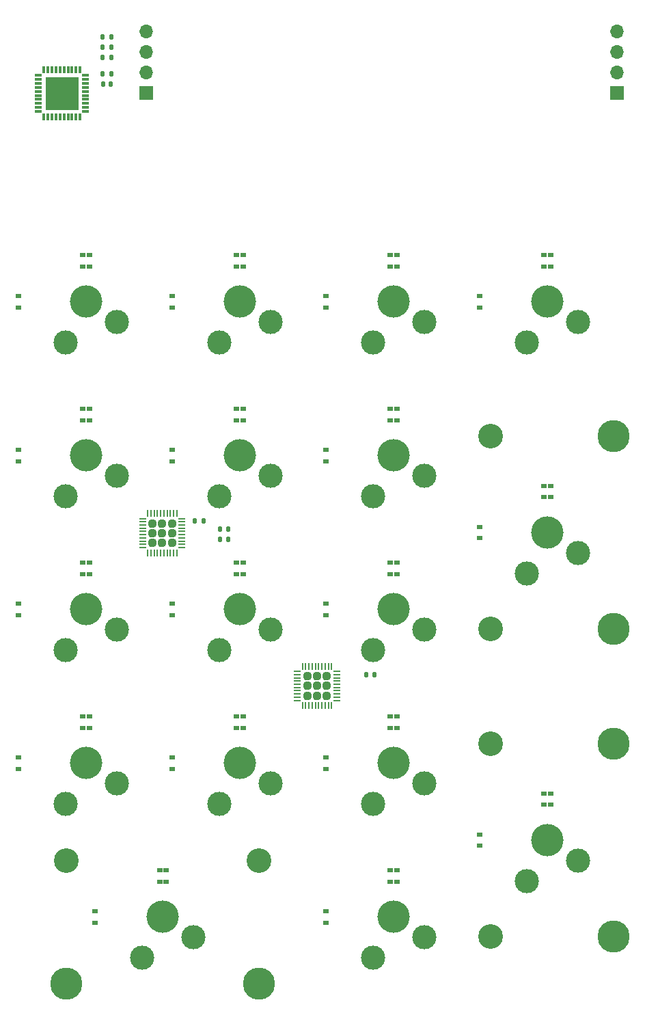
<source format=gts>
G04 #@! TF.GenerationSoftware,KiCad,Pcbnew,(6.0.5)*
G04 #@! TF.CreationDate,2022-07-11T19:37:47+02:00*
G04 #@! TF.ProjectId,Numpad,4e756d70-6164-42e6-9b69-6361645f7063,rev?*
G04 #@! TF.SameCoordinates,Original*
G04 #@! TF.FileFunction,Soldermask,Top*
G04 #@! TF.FilePolarity,Negative*
%FSLAX46Y46*%
G04 Gerber Fmt 4.6, Leading zero omitted, Abs format (unit mm)*
G04 Created by KiCad (PCBNEW (6.0.5)) date 2022-07-11 19:37:47*
%MOMM*%
%LPD*%
G01*
G04 APERTURE LIST*
G04 Aperture macros list*
%AMRoundRect*
0 Rectangle with rounded corners*
0 $1 Rounding radius*
0 $2 $3 $4 $5 $6 $7 $8 $9 X,Y pos of 4 corners*
0 Add a 4 corners polygon primitive as box body*
4,1,4,$2,$3,$4,$5,$6,$7,$8,$9,$2,$3,0*
0 Add four circle primitives for the rounded corners*
1,1,$1+$1,$2,$3*
1,1,$1+$1,$4,$5*
1,1,$1+$1,$6,$7*
1,1,$1+$1,$8,$9*
0 Add four rect primitives between the rounded corners*
20,1,$1+$1,$2,$3,$4,$5,0*
20,1,$1+$1,$4,$5,$6,$7,0*
20,1,$1+$1,$6,$7,$8,$9,0*
20,1,$1+$1,$8,$9,$2,$3,0*%
G04 Aperture macros list end*
%ADD10R,0.700000X0.600000*%
%ADD11C,3.000000*%
%ADD12C,4.000000*%
%ADD13C,3.048000*%
%ADD14C,3.987800*%
%ADD15R,0.650000X0.600000*%
%ADD16RoundRect,0.135000X-0.135000X-0.185000X0.135000X-0.185000X0.135000X0.185000X-0.135000X0.185000X0*%
%ADD17RoundRect,0.135000X0.135000X0.185000X-0.135000X0.185000X-0.135000X-0.185000X0.135000X-0.185000X0*%
%ADD18RoundRect,0.008100X-0.126900X0.421900X-0.126900X-0.421900X0.126900X-0.421900X0.126900X0.421900X0*%
%ADD19RoundRect,0.008100X-0.421900X-0.126900X0.421900X-0.126900X0.421900X0.126900X-0.421900X0.126900X0*%
%ADD20R,4.100000X4.100000*%
%ADD21R,1.700000X1.700000*%
%ADD22O,1.700000X1.700000*%
%ADD23RoundRect,0.140000X-0.140000X-0.170000X0.140000X-0.170000X0.140000X0.170000X-0.140000X0.170000X0*%
%ADD24RoundRect,0.062500X-0.350000X-0.062500X0.350000X-0.062500X0.350000X0.062500X-0.350000X0.062500X0*%
%ADD25RoundRect,0.062500X-0.062500X-0.350000X0.062500X-0.350000X0.062500X0.350000X-0.062500X0.350000X0*%
%ADD26RoundRect,0.242500X-0.242500X-0.242500X0.242500X-0.242500X0.242500X0.242500X-0.242500X0.242500X0*%
%ADD27RoundRect,0.140000X0.140000X0.170000X-0.140000X0.170000X-0.140000X-0.170000X0.140000X-0.170000X0*%
G04 APERTURE END LIST*
D10*
X26089000Y-61060000D03*
X26089000Y-62460000D03*
D11*
X47829000Y-140500000D03*
D12*
X44019000Y-137960000D03*
D13*
X55957000Y-130975000D03*
D14*
X32081000Y-146215000D03*
X55957000Y-146215000D03*
D11*
X41479000Y-143040000D03*
D13*
X32081000Y-130975000D03*
D15*
X72194000Y-94095000D03*
X72194000Y-95495000D03*
X72994000Y-94095000D03*
X72994000Y-95495000D03*
D16*
X36574000Y-30226000D03*
X37594000Y-30226000D03*
D17*
X37594000Y-33528000D03*
X36574000Y-33528000D03*
D18*
X33764000Y-33028000D03*
X33264000Y-33028000D03*
X32764000Y-33028000D03*
X32264000Y-33028000D03*
X31764000Y-33028000D03*
X31264000Y-33028000D03*
X30764000Y-33028000D03*
X30264000Y-33028000D03*
X29764000Y-33028000D03*
X29264000Y-33028000D03*
D19*
X28579000Y-33713000D03*
X28579000Y-34213000D03*
X28579000Y-34713000D03*
X28579000Y-35213000D03*
X28579000Y-35713000D03*
X28579000Y-36213000D03*
X28579000Y-36713000D03*
X28579000Y-37213000D03*
X28579000Y-37713000D03*
X28579000Y-38213000D03*
D18*
X29264000Y-38898000D03*
X29764000Y-38898000D03*
X30264000Y-38898000D03*
X30764000Y-38898000D03*
X31264000Y-38898000D03*
X31764000Y-38898000D03*
X32264000Y-38898000D03*
X32764000Y-38898000D03*
X33264000Y-38898000D03*
X33764000Y-38898000D03*
D19*
X34449000Y-38213000D03*
X34449000Y-37713000D03*
X34449000Y-37213000D03*
X34449000Y-36713000D03*
X34449000Y-36213000D03*
X34449000Y-35713000D03*
X34449000Y-35213000D03*
X34449000Y-34713000D03*
X34449000Y-34213000D03*
X34449000Y-33713000D03*
D20*
X31514000Y-35963000D03*
D10*
X45139000Y-99160000D03*
X45139000Y-100560000D03*
D17*
X69190000Y-108000000D03*
X70210000Y-108000000D03*
D11*
X50999000Y-123995000D03*
D12*
X53539000Y-118915000D03*
D11*
X57349000Y-121455000D03*
X76399000Y-140505000D03*
D12*
X72589000Y-137965000D03*
D11*
X70049000Y-143045000D03*
D15*
X72194000Y-55995000D03*
X72194000Y-57395000D03*
X72994000Y-55995000D03*
X72994000Y-57395000D03*
X34094000Y-113145000D03*
X34094000Y-114545000D03*
X34894000Y-113145000D03*
X34894000Y-114545000D03*
D12*
X53539000Y-61765000D03*
D11*
X50999000Y-66845000D03*
X57349000Y-64305000D03*
D10*
X26089000Y-80110000D03*
X26089000Y-81510000D03*
X64189000Y-99160000D03*
X64189000Y-100560000D03*
X64189000Y-61060000D03*
X64189000Y-62460000D03*
D15*
X53144000Y-55995000D03*
X53144000Y-57395000D03*
X53944000Y-55995000D03*
X53944000Y-57395000D03*
D13*
X84659000Y-140373000D03*
D11*
X95454000Y-130975000D03*
X89104000Y-133515000D03*
D13*
X84659000Y-116497000D03*
D12*
X91644000Y-128435000D03*
D14*
X99899000Y-140373000D03*
X99899000Y-116497000D03*
D15*
X34094000Y-94095000D03*
X34094000Y-95495000D03*
X34894000Y-94095000D03*
X34894000Y-95495000D03*
X72194000Y-113145000D03*
X72194000Y-114545000D03*
X72994000Y-113145000D03*
X72994000Y-114545000D03*
D17*
X49024000Y-88900000D03*
X48004000Y-88900000D03*
D15*
X53144000Y-75045000D03*
X53144000Y-76445000D03*
X53944000Y-75045000D03*
X53944000Y-76445000D03*
D11*
X89099000Y-66845000D03*
X95449000Y-64305000D03*
D12*
X91639000Y-61765000D03*
D10*
X83239000Y-127735000D03*
X83239000Y-129135000D03*
X83239000Y-89635000D03*
X83239000Y-91035000D03*
D15*
X43619000Y-132195000D03*
X43619000Y-133595000D03*
X44419000Y-132195000D03*
X44419000Y-133595000D03*
D21*
X100320000Y-35894000D03*
D22*
X100320000Y-33354000D03*
X100320000Y-30814000D03*
X100320000Y-28274000D03*
D15*
X91244000Y-122670000D03*
X91244000Y-124070000D03*
X92044000Y-122670000D03*
X92044000Y-124070000D03*
X53144000Y-113145000D03*
X53144000Y-114545000D03*
X53944000Y-113145000D03*
X53944000Y-114545000D03*
D10*
X45139000Y-118210000D03*
X45139000Y-119610000D03*
X35614000Y-137260000D03*
X35614000Y-138660000D03*
D11*
X95454000Y-92875000D03*
D14*
X99899000Y-102273000D03*
D13*
X84659000Y-78397000D03*
D12*
X91644000Y-90335000D03*
D11*
X89104000Y-95415000D03*
D13*
X84659000Y-102273000D03*
D14*
X99899000Y-78397000D03*
D15*
X34094000Y-75045000D03*
X34094000Y-76445000D03*
X34894000Y-75045000D03*
X34894000Y-76445000D03*
D11*
X76399000Y-121455000D03*
D12*
X72589000Y-118915000D03*
D11*
X70049000Y-123995000D03*
D12*
X34489000Y-80815000D03*
D11*
X38299000Y-83355000D03*
X31949000Y-85895000D03*
D10*
X64189000Y-118210000D03*
X64189000Y-119610000D03*
D15*
X72194000Y-132195000D03*
X72194000Y-133595000D03*
X72994000Y-132195000D03*
X72994000Y-133595000D03*
X91244000Y-55995000D03*
X91244000Y-57395000D03*
X92044000Y-55995000D03*
X92044000Y-57395000D03*
X34094000Y-55995000D03*
X34094000Y-57395000D03*
X34894000Y-55995000D03*
X34894000Y-57395000D03*
D10*
X26089000Y-118210000D03*
X26089000Y-119610000D03*
X64189000Y-80110000D03*
X64189000Y-81510000D03*
D11*
X31949000Y-104945000D03*
X38299000Y-102405000D03*
D12*
X34489000Y-99865000D03*
D10*
X45139000Y-61060000D03*
X45139000Y-62460000D03*
D16*
X36574000Y-28956000D03*
X37594000Y-28956000D03*
D17*
X37594000Y-31496000D03*
X36574000Y-31496000D03*
D11*
X38299000Y-121455000D03*
D12*
X34489000Y-118915000D03*
D11*
X31949000Y-123995000D03*
D15*
X53144000Y-94095000D03*
X53144000Y-95495000D03*
X53944000Y-94095000D03*
X53944000Y-95495000D03*
D23*
X36604000Y-34798000D03*
X37564000Y-34798000D03*
D15*
X91244000Y-84570000D03*
X91244000Y-85970000D03*
X92044000Y-84570000D03*
X92044000Y-85970000D03*
D10*
X83239000Y-61060000D03*
X83239000Y-62460000D03*
X26089000Y-99160000D03*
X26089000Y-100560000D03*
D11*
X50999000Y-104945000D03*
X57349000Y-102405000D03*
D12*
X53539000Y-99865000D03*
D24*
X41504500Y-88624000D03*
X41504500Y-89024000D03*
X41504500Y-89424000D03*
X41504500Y-89824000D03*
X41504500Y-90224000D03*
X41504500Y-90624000D03*
X41504500Y-91024000D03*
X41504500Y-91424000D03*
X41504500Y-91824000D03*
X41504500Y-92224000D03*
D25*
X42142000Y-92861500D03*
X42542000Y-92861500D03*
X42942000Y-92861500D03*
X43342000Y-92861500D03*
X43742000Y-92861500D03*
X44142000Y-92861500D03*
X44542000Y-92861500D03*
X44942000Y-92861500D03*
X45342000Y-92861500D03*
X45742000Y-92861500D03*
D24*
X46379500Y-92224000D03*
X46379500Y-91824000D03*
D26*
X45142000Y-90424000D03*
X43942000Y-91624000D03*
X43942000Y-90424000D03*
X45142000Y-89224000D03*
X42742000Y-90424000D03*
X45142000Y-91624000D03*
X42742000Y-91624000D03*
X42742000Y-89224000D03*
X43942000Y-89224000D03*
D24*
X46379500Y-91424000D03*
X46379500Y-91024000D03*
X46379500Y-90624000D03*
X46379500Y-90224000D03*
X46379500Y-89824000D03*
X46379500Y-89424000D03*
X46379500Y-89024000D03*
X46379500Y-88624000D03*
D25*
X45742000Y-87986500D03*
X45342000Y-87986500D03*
X44942000Y-87986500D03*
X44542000Y-87986500D03*
X44142000Y-87986500D03*
X43742000Y-87986500D03*
X43342000Y-87986500D03*
X42942000Y-87986500D03*
X42542000Y-87986500D03*
X42142000Y-87986500D03*
D24*
X60681500Y-107547000D03*
X60681500Y-107947000D03*
X60681500Y-108347000D03*
X60681500Y-108747000D03*
X60681500Y-109147000D03*
X60681500Y-109547000D03*
X60681500Y-109947000D03*
X60681500Y-110347000D03*
X60681500Y-110747000D03*
X60681500Y-111147000D03*
D25*
X61319000Y-111784500D03*
X61719000Y-111784500D03*
X62119000Y-111784500D03*
X62519000Y-111784500D03*
X62919000Y-111784500D03*
X63319000Y-111784500D03*
X63719000Y-111784500D03*
X64119000Y-111784500D03*
X64519000Y-111784500D03*
X64919000Y-111784500D03*
D24*
X65556500Y-111147000D03*
X65556500Y-110747000D03*
D26*
X63119000Y-109347000D03*
X64319000Y-108147000D03*
X64319000Y-109347000D03*
X61919000Y-108147000D03*
D24*
X65556500Y-110347000D03*
D26*
X63119000Y-110547000D03*
X63119000Y-108147000D03*
X61919000Y-109347000D03*
X61919000Y-110547000D03*
X64319000Y-110547000D03*
D24*
X65556500Y-109947000D03*
X65556500Y-109547000D03*
X65556500Y-109147000D03*
X65556500Y-108747000D03*
X65556500Y-108347000D03*
X65556500Y-107947000D03*
X65556500Y-107547000D03*
D25*
X64919000Y-106909500D03*
X64519000Y-106909500D03*
X64119000Y-106909500D03*
X63719000Y-106909500D03*
X63319000Y-106909500D03*
X62919000Y-106909500D03*
X62519000Y-106909500D03*
X62119000Y-106909500D03*
X61719000Y-106909500D03*
X61319000Y-106909500D03*
D12*
X72589000Y-99865000D03*
D11*
X76399000Y-102405000D03*
X70049000Y-104945000D03*
D27*
X52080328Y-91186000D03*
X51120328Y-91186000D03*
D12*
X72589000Y-61765000D03*
D11*
X70049000Y-66845000D03*
X76399000Y-64305000D03*
D12*
X53539000Y-80815000D03*
D11*
X50999000Y-85895000D03*
X57349000Y-83355000D03*
D21*
X41926000Y-35894000D03*
D22*
X41926000Y-33354000D03*
X41926000Y-30814000D03*
X41926000Y-28274000D03*
D15*
X72194000Y-75045000D03*
X72194000Y-76445000D03*
X72994000Y-75045000D03*
X72994000Y-76445000D03*
D27*
X52080328Y-89916000D03*
X51120328Y-89916000D03*
D12*
X34489000Y-61765000D03*
D11*
X31949000Y-66845000D03*
X38299000Y-64305000D03*
D10*
X64189000Y-137260000D03*
X64189000Y-138660000D03*
D11*
X76399000Y-83355000D03*
X70049000Y-85895000D03*
D12*
X72589000Y-80815000D03*
D10*
X45139000Y-80110000D03*
X45139000Y-81510000D03*
M02*

</source>
